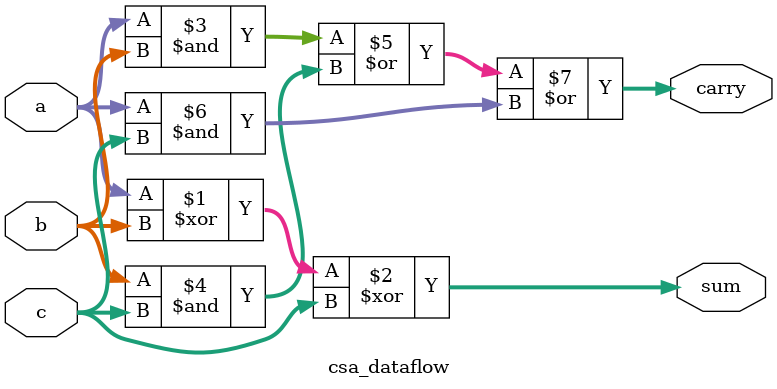
<source format=v>
module csa_dataflow(
  input [31:0] a,
  input [31:0] b,
  input [31:0] c,
  output [31:0] sum,
  output [31:0] carry
);
  assign sum = a ^ b ^ c;
  assign carry = (a & b) | (b & c) | (a & c);
endmodule
</source>
